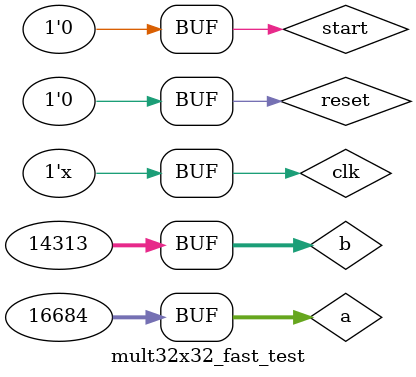
<source format=sv>
module mult32x32_fast_test;

    logic clk;            // Clock
    logic reset;          // Reset
    logic start;          // Start signal
    logic [31:0] a;       // Input a
    logic [31:0] b;       // Input b
    logic busy;           // Multiplier busy indication
    logic [63:0] product; // Miltiplication product


mult32x32_fast uut(
	.clk(clk),
	.reset(reset),
	.start(start),
	.a(a),
	.b(b),
	.busy(busy),
	.product(product)
	
);

 initial begin
 
 
 
    clk = 1'b1; 
	reset = 1'b1; 
	a = 32'd0;
	b = 32'd0;  
	#8
	reset = 1'b0;	
    #2
	a = 32'd315111401;
    b = 32'd318652716;
	start = 1'b1;
	#2
	start = 1'b0;
	#10
	start = 1'b1;
    a = 32'b0100000100101100;
    b = 32'b0011011111101001;
	#2
	start = 1'b0;
	



	
    end
	
	
always begin
	#1 clk = ~clk;
end
    



endmodule

</source>
